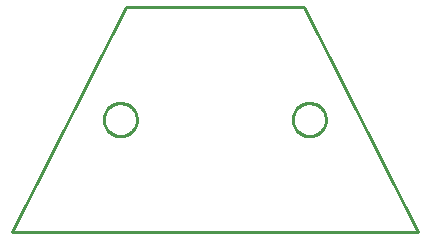
<source format=gbr>
G04 EAGLE Gerber RS-274X export*
G75*
%MOMM*%
%FSLAX34Y34*%
%LPD*%
%IN*%
%IPPOS*%
%AMOC8*
5,1,8,0,0,1.08239X$1,22.5*%
G01*
G04 Define Apertures*
%ADD10C,0.254000*%
D10*
X0Y0D02*
X343894Y0D01*
X247166Y190000D01*
X96727Y190000D01*
X0Y0D01*
X265947Y94500D02*
X265947Y95500D01*
X265875Y96498D01*
X265733Y97487D01*
X265521Y98465D01*
X265239Y99424D01*
X264889Y100361D01*
X264474Y101271D01*
X263995Y102148D01*
X263454Y102990D01*
X262855Y103790D01*
X262200Y104546D01*
X261493Y105253D01*
X260737Y105908D01*
X259936Y106507D01*
X259095Y107048D01*
X258217Y107527D01*
X257308Y107943D01*
X256371Y108292D01*
X255411Y108574D01*
X254434Y108786D01*
X253444Y108929D01*
X252447Y109000D01*
X251447Y109000D01*
X250449Y108929D01*
X249459Y108786D01*
X248482Y108574D01*
X247523Y108292D01*
X246586Y107943D01*
X245676Y107527D01*
X244798Y107048D01*
X243957Y106507D01*
X243157Y105908D01*
X242401Y105253D01*
X241694Y104546D01*
X241039Y103790D01*
X240440Y102990D01*
X239899Y102148D01*
X239420Y101271D01*
X239004Y100361D01*
X238655Y99424D01*
X238373Y98465D01*
X238160Y97487D01*
X238018Y96498D01*
X237947Y95500D01*
X237947Y94500D01*
X238018Y93503D01*
X238160Y92513D01*
X238373Y91536D01*
X238655Y90576D01*
X239004Y89639D01*
X239420Y88729D01*
X239899Y87852D01*
X240440Y87010D01*
X241039Y86210D01*
X241694Y85454D01*
X242401Y84747D01*
X243157Y84092D01*
X243957Y83493D01*
X244798Y82952D01*
X245676Y82473D01*
X246586Y82057D01*
X247523Y81708D01*
X248482Y81426D01*
X249459Y81214D01*
X250449Y81071D01*
X251447Y81000D01*
X252447Y81000D01*
X253444Y81071D01*
X254434Y81214D01*
X255411Y81426D01*
X256371Y81708D01*
X257308Y82057D01*
X258217Y82473D01*
X259095Y82952D01*
X259936Y83493D01*
X260737Y84092D01*
X261493Y84747D01*
X262200Y85454D01*
X262855Y86210D01*
X263454Y87010D01*
X263995Y87852D01*
X264474Y88729D01*
X264889Y89639D01*
X265239Y90576D01*
X265521Y91536D01*
X265733Y92513D01*
X265875Y93503D01*
X265947Y94500D01*
X105947Y94500D02*
X105947Y95500D01*
X105875Y96498D01*
X105733Y97487D01*
X105521Y98465D01*
X105239Y99424D01*
X104889Y100361D01*
X104474Y101271D01*
X103995Y102148D01*
X103454Y102990D01*
X102855Y103790D01*
X102200Y104546D01*
X101493Y105253D01*
X100737Y105908D01*
X99936Y106507D01*
X99095Y107048D01*
X98217Y107527D01*
X97308Y107943D01*
X96371Y108292D01*
X95411Y108574D01*
X94434Y108786D01*
X93444Y108929D01*
X92447Y109000D01*
X91447Y109000D01*
X90449Y108929D01*
X89459Y108786D01*
X88482Y108574D01*
X87523Y108292D01*
X86586Y107943D01*
X85676Y107527D01*
X84798Y107048D01*
X83957Y106507D01*
X83157Y105908D01*
X82401Y105253D01*
X81694Y104546D01*
X81039Y103790D01*
X80440Y102990D01*
X79899Y102148D01*
X79420Y101271D01*
X79004Y100361D01*
X78655Y99424D01*
X78373Y98465D01*
X78160Y97487D01*
X78018Y96498D01*
X77947Y95500D01*
X77947Y94500D01*
X78018Y93503D01*
X78160Y92513D01*
X78373Y91536D01*
X78655Y90576D01*
X79004Y89639D01*
X79420Y88729D01*
X79899Y87852D01*
X80440Y87010D01*
X81039Y86210D01*
X81694Y85454D01*
X82401Y84747D01*
X83157Y84092D01*
X83957Y83493D01*
X84798Y82952D01*
X85676Y82473D01*
X86586Y82057D01*
X87523Y81708D01*
X88482Y81426D01*
X89459Y81214D01*
X90449Y81071D01*
X91447Y81000D01*
X92447Y81000D01*
X93444Y81071D01*
X94434Y81214D01*
X95411Y81426D01*
X96371Y81708D01*
X97308Y82057D01*
X98217Y82473D01*
X99095Y82952D01*
X99936Y83493D01*
X100737Y84092D01*
X101493Y84747D01*
X102200Y85454D01*
X102855Y86210D01*
X103454Y87010D01*
X103995Y87852D01*
X104474Y88729D01*
X104889Y89639D01*
X105239Y90576D01*
X105521Y91536D01*
X105733Y92513D01*
X105875Y93503D01*
X105947Y94500D01*
M02*

</source>
